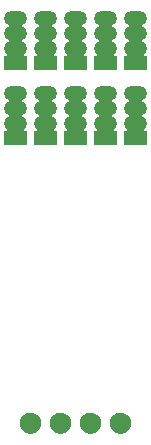
<source format=gbr>
G04 #@! TF.GenerationSoftware,KiCad,Pcbnew,5.1.5-52549c5~84~ubuntu18.04.1*
G04 #@! TF.CreationDate,2020-02-06T16:58:15+00:00*
G04 #@! TF.ProjectId,leds,6c656473-2e6b-4696-9361-645f70636258,rev?*
G04 #@! TF.SameCoordinates,Original*
G04 #@! TF.FileFunction,Soldermask,Bot*
G04 #@! TF.FilePolarity,Negative*
%FSLAX46Y46*%
G04 Gerber Fmt 4.6, Leading zero omitted, Abs format (unit mm)*
G04 Created by KiCad (PCBNEW 5.1.5-52549c5~84~ubuntu18.04.1) date 2020-02-06 16:58:15*
%MOMM*%
%LPD*%
G04 APERTURE LIST*
%ADD10C,0.100000*%
G04 APERTURE END LIST*
D10*
G36*
X120763512Y-98163927D02*
G01*
X120912812Y-98193624D01*
X121076784Y-98261544D01*
X121224354Y-98360147D01*
X121349853Y-98485646D01*
X121448456Y-98633216D01*
X121516376Y-98797188D01*
X121551000Y-98971259D01*
X121551000Y-99148741D01*
X121516376Y-99322812D01*
X121448456Y-99486784D01*
X121349853Y-99634354D01*
X121224354Y-99759853D01*
X121076784Y-99858456D01*
X120912812Y-99926376D01*
X120763512Y-99956073D01*
X120738742Y-99961000D01*
X120561258Y-99961000D01*
X120536488Y-99956073D01*
X120387188Y-99926376D01*
X120223216Y-99858456D01*
X120075646Y-99759853D01*
X119950147Y-99634354D01*
X119851544Y-99486784D01*
X119783624Y-99322812D01*
X119749000Y-99148741D01*
X119749000Y-98971259D01*
X119783624Y-98797188D01*
X119851544Y-98633216D01*
X119950147Y-98485646D01*
X120075646Y-98360147D01*
X120223216Y-98261544D01*
X120387188Y-98193624D01*
X120536488Y-98163927D01*
X120561258Y-98159000D01*
X120738742Y-98159000D01*
X120763512Y-98163927D01*
G37*
G36*
X118223512Y-98163927D02*
G01*
X118372812Y-98193624D01*
X118536784Y-98261544D01*
X118684354Y-98360147D01*
X118809853Y-98485646D01*
X118908456Y-98633216D01*
X118976376Y-98797188D01*
X119011000Y-98971259D01*
X119011000Y-99148741D01*
X118976376Y-99322812D01*
X118908456Y-99486784D01*
X118809853Y-99634354D01*
X118684354Y-99759853D01*
X118536784Y-99858456D01*
X118372812Y-99926376D01*
X118223512Y-99956073D01*
X118198742Y-99961000D01*
X118021258Y-99961000D01*
X117996488Y-99956073D01*
X117847188Y-99926376D01*
X117683216Y-99858456D01*
X117535646Y-99759853D01*
X117410147Y-99634354D01*
X117311544Y-99486784D01*
X117243624Y-99322812D01*
X117209000Y-99148741D01*
X117209000Y-98971259D01*
X117243624Y-98797188D01*
X117311544Y-98633216D01*
X117410147Y-98485646D01*
X117535646Y-98360147D01*
X117683216Y-98261544D01*
X117847188Y-98193624D01*
X117996488Y-98163927D01*
X118021258Y-98159000D01*
X118198742Y-98159000D01*
X118223512Y-98163927D01*
G37*
G36*
X115683512Y-98163927D02*
G01*
X115832812Y-98193624D01*
X115996784Y-98261544D01*
X116144354Y-98360147D01*
X116269853Y-98485646D01*
X116368456Y-98633216D01*
X116436376Y-98797188D01*
X116471000Y-98971259D01*
X116471000Y-99148741D01*
X116436376Y-99322812D01*
X116368456Y-99486784D01*
X116269853Y-99634354D01*
X116144354Y-99759853D01*
X115996784Y-99858456D01*
X115832812Y-99926376D01*
X115683512Y-99956073D01*
X115658742Y-99961000D01*
X115481258Y-99961000D01*
X115456488Y-99956073D01*
X115307188Y-99926376D01*
X115143216Y-99858456D01*
X114995646Y-99759853D01*
X114870147Y-99634354D01*
X114771544Y-99486784D01*
X114703624Y-99322812D01*
X114669000Y-99148741D01*
X114669000Y-98971259D01*
X114703624Y-98797188D01*
X114771544Y-98633216D01*
X114870147Y-98485646D01*
X114995646Y-98360147D01*
X115143216Y-98261544D01*
X115307188Y-98193624D01*
X115456488Y-98163927D01*
X115481258Y-98159000D01*
X115658742Y-98159000D01*
X115683512Y-98163927D01*
G37*
G36*
X123303512Y-98163927D02*
G01*
X123452812Y-98193624D01*
X123616784Y-98261544D01*
X123764354Y-98360147D01*
X123889853Y-98485646D01*
X123988456Y-98633216D01*
X124056376Y-98797188D01*
X124091000Y-98971259D01*
X124091000Y-99148741D01*
X124056376Y-99322812D01*
X123988456Y-99486784D01*
X123889853Y-99634354D01*
X123764354Y-99759853D01*
X123616784Y-99858456D01*
X123452812Y-99926376D01*
X123303512Y-99956073D01*
X123278742Y-99961000D01*
X123101258Y-99961000D01*
X123076488Y-99956073D01*
X122927188Y-99926376D01*
X122763216Y-99858456D01*
X122615646Y-99759853D01*
X122490147Y-99634354D01*
X122391544Y-99486784D01*
X122323624Y-99322812D01*
X122289000Y-99148741D01*
X122289000Y-98971259D01*
X122323624Y-98797188D01*
X122391544Y-98633216D01*
X122490147Y-98485646D01*
X122615646Y-98360147D01*
X122763216Y-98261544D01*
X122927188Y-98193624D01*
X123076488Y-98163927D01*
X123101258Y-98159000D01*
X123278742Y-98159000D01*
X123303512Y-98163927D01*
G37*
G36*
X114722482Y-70536826D02*
G01*
X114779876Y-70542479D01*
X114853517Y-70564818D01*
X114890338Y-70575987D01*
X114992140Y-70630402D01*
X115081370Y-70703630D01*
X115154598Y-70792860D01*
X115209013Y-70894662D01*
X115209013Y-70894663D01*
X115242521Y-71005124D01*
X115253835Y-71120000D01*
X115242521Y-71234876D01*
X115220182Y-71308517D01*
X115209013Y-71345338D01*
X115154598Y-71447140D01*
X115081370Y-71536370D01*
X114992140Y-71609598D01*
X114926355Y-71644761D01*
X114905981Y-71658375D01*
X114888654Y-71675702D01*
X114875040Y-71696076D01*
X114865663Y-71718715D01*
X114860883Y-71742749D01*
X114860883Y-71767253D01*
X114865664Y-71791286D01*
X114875041Y-71813925D01*
X114888655Y-71834299D01*
X114905982Y-71851626D01*
X114926355Y-71865239D01*
X114992140Y-71900402D01*
X115081370Y-71973630D01*
X115154598Y-72062860D01*
X115209013Y-72164662D01*
X115209013Y-72164663D01*
X115242521Y-72275124D01*
X115253835Y-72390000D01*
X115242521Y-72504876D01*
X115220182Y-72578517D01*
X115209013Y-72615338D01*
X115154598Y-72717140D01*
X115081370Y-72806370D01*
X114992140Y-72879598D01*
X114926355Y-72914761D01*
X114905981Y-72928375D01*
X114888654Y-72945702D01*
X114875040Y-72966076D01*
X114865663Y-72988715D01*
X114860883Y-73012749D01*
X114860883Y-73037253D01*
X114865664Y-73061286D01*
X114875041Y-73083925D01*
X114888655Y-73104299D01*
X114905982Y-73121626D01*
X114926355Y-73135239D01*
X114992140Y-73170402D01*
X115081370Y-73243630D01*
X115154598Y-73332860D01*
X115209013Y-73434662D01*
X115209013Y-73434663D01*
X115242521Y-73545124D01*
X115253835Y-73660000D01*
X115242521Y-73774876D01*
X115220182Y-73848517D01*
X115209013Y-73885338D01*
X115154598Y-73987140D01*
X115081370Y-74076370D01*
X115025311Y-74122375D01*
X115007984Y-74139702D01*
X114994370Y-74160076D01*
X114984993Y-74182715D01*
X114980212Y-74206748D01*
X114980212Y-74231252D01*
X114984992Y-74255285D01*
X114994369Y-74277924D01*
X115007983Y-74298299D01*
X115025310Y-74315626D01*
X115045684Y-74329240D01*
X115068323Y-74338617D01*
X115092356Y-74343398D01*
X115104609Y-74344000D01*
X115251000Y-74344000D01*
X115251000Y-75516000D01*
X113349000Y-75516000D01*
X113349000Y-74344000D01*
X113495391Y-74344000D01*
X113519777Y-74341598D01*
X113543226Y-74334485D01*
X113564837Y-74322934D01*
X113583779Y-74307389D01*
X113599324Y-74288447D01*
X113610875Y-74266836D01*
X113617988Y-74243387D01*
X113620390Y-74219001D01*
X113617988Y-74194615D01*
X113610875Y-74171166D01*
X113599324Y-74149555D01*
X113583779Y-74130613D01*
X113574689Y-74122375D01*
X113518630Y-74076370D01*
X113445402Y-73987140D01*
X113390987Y-73885338D01*
X113379818Y-73848517D01*
X113357479Y-73774876D01*
X113346165Y-73660000D01*
X113357479Y-73545124D01*
X113390987Y-73434663D01*
X113390987Y-73434662D01*
X113445402Y-73332860D01*
X113518630Y-73243630D01*
X113607860Y-73170402D01*
X113673645Y-73135239D01*
X113694019Y-73121625D01*
X113711346Y-73104298D01*
X113724960Y-73083924D01*
X113734337Y-73061285D01*
X113739117Y-73037251D01*
X113739117Y-73012747D01*
X113734336Y-72988714D01*
X113724959Y-72966075D01*
X113711345Y-72945701D01*
X113694018Y-72928374D01*
X113673645Y-72914761D01*
X113607860Y-72879598D01*
X113518630Y-72806370D01*
X113445402Y-72717140D01*
X113390987Y-72615338D01*
X113379818Y-72578517D01*
X113357479Y-72504876D01*
X113346165Y-72390000D01*
X113357479Y-72275124D01*
X113390987Y-72164663D01*
X113390987Y-72164662D01*
X113445402Y-72062860D01*
X113518630Y-71973630D01*
X113607860Y-71900402D01*
X113673645Y-71865239D01*
X113694019Y-71851625D01*
X113711346Y-71834298D01*
X113724960Y-71813924D01*
X113734337Y-71791285D01*
X113739117Y-71767251D01*
X113739117Y-71742747D01*
X113734336Y-71718714D01*
X113724959Y-71696075D01*
X113711345Y-71675701D01*
X113694018Y-71658374D01*
X113673645Y-71644761D01*
X113607860Y-71609598D01*
X113518630Y-71536370D01*
X113445402Y-71447140D01*
X113390987Y-71345338D01*
X113379818Y-71308517D01*
X113357479Y-71234876D01*
X113346165Y-71120000D01*
X113357479Y-71005124D01*
X113390987Y-70894663D01*
X113390987Y-70894662D01*
X113445402Y-70792860D01*
X113518630Y-70703630D01*
X113607860Y-70630402D01*
X113709662Y-70575987D01*
X113746483Y-70564818D01*
X113820124Y-70542479D01*
X113877518Y-70536826D01*
X113906214Y-70534000D01*
X114693786Y-70534000D01*
X114722482Y-70536826D01*
G37*
G36*
X117262482Y-70536826D02*
G01*
X117319876Y-70542479D01*
X117393517Y-70564818D01*
X117430338Y-70575987D01*
X117532140Y-70630402D01*
X117621370Y-70703630D01*
X117694598Y-70792860D01*
X117749013Y-70894662D01*
X117749013Y-70894663D01*
X117782521Y-71005124D01*
X117793835Y-71120000D01*
X117782521Y-71234876D01*
X117760182Y-71308517D01*
X117749013Y-71345338D01*
X117694598Y-71447140D01*
X117621370Y-71536370D01*
X117532140Y-71609598D01*
X117466355Y-71644761D01*
X117445981Y-71658375D01*
X117428654Y-71675702D01*
X117415040Y-71696076D01*
X117405663Y-71718715D01*
X117400883Y-71742749D01*
X117400883Y-71767253D01*
X117405664Y-71791286D01*
X117415041Y-71813925D01*
X117428655Y-71834299D01*
X117445982Y-71851626D01*
X117466355Y-71865239D01*
X117532140Y-71900402D01*
X117621370Y-71973630D01*
X117694598Y-72062860D01*
X117749013Y-72164662D01*
X117749013Y-72164663D01*
X117782521Y-72275124D01*
X117793835Y-72390000D01*
X117782521Y-72504876D01*
X117760182Y-72578517D01*
X117749013Y-72615338D01*
X117694598Y-72717140D01*
X117621370Y-72806370D01*
X117532140Y-72879598D01*
X117466355Y-72914761D01*
X117445981Y-72928375D01*
X117428654Y-72945702D01*
X117415040Y-72966076D01*
X117405663Y-72988715D01*
X117400883Y-73012749D01*
X117400883Y-73037253D01*
X117405664Y-73061286D01*
X117415041Y-73083925D01*
X117428655Y-73104299D01*
X117445982Y-73121626D01*
X117466355Y-73135239D01*
X117532140Y-73170402D01*
X117621370Y-73243630D01*
X117694598Y-73332860D01*
X117749013Y-73434662D01*
X117749013Y-73434663D01*
X117782521Y-73545124D01*
X117793835Y-73660000D01*
X117782521Y-73774876D01*
X117760182Y-73848517D01*
X117749013Y-73885338D01*
X117694598Y-73987140D01*
X117621370Y-74076370D01*
X117565311Y-74122375D01*
X117547984Y-74139702D01*
X117534370Y-74160076D01*
X117524993Y-74182715D01*
X117520212Y-74206748D01*
X117520212Y-74231252D01*
X117524992Y-74255285D01*
X117534369Y-74277924D01*
X117547983Y-74298299D01*
X117565310Y-74315626D01*
X117585684Y-74329240D01*
X117608323Y-74338617D01*
X117632356Y-74343398D01*
X117644609Y-74344000D01*
X117791000Y-74344000D01*
X117791000Y-75516000D01*
X115889000Y-75516000D01*
X115889000Y-74344000D01*
X116035391Y-74344000D01*
X116059777Y-74341598D01*
X116083226Y-74334485D01*
X116104837Y-74322934D01*
X116123779Y-74307389D01*
X116139324Y-74288447D01*
X116150875Y-74266836D01*
X116157988Y-74243387D01*
X116160390Y-74219001D01*
X116157988Y-74194615D01*
X116150875Y-74171166D01*
X116139324Y-74149555D01*
X116123779Y-74130613D01*
X116114689Y-74122375D01*
X116058630Y-74076370D01*
X115985402Y-73987140D01*
X115930987Y-73885338D01*
X115919818Y-73848517D01*
X115897479Y-73774876D01*
X115886165Y-73660000D01*
X115897479Y-73545124D01*
X115930987Y-73434663D01*
X115930987Y-73434662D01*
X115985402Y-73332860D01*
X116058630Y-73243630D01*
X116147860Y-73170402D01*
X116213645Y-73135239D01*
X116234019Y-73121625D01*
X116251346Y-73104298D01*
X116264960Y-73083924D01*
X116274337Y-73061285D01*
X116279117Y-73037251D01*
X116279117Y-73012747D01*
X116274336Y-72988714D01*
X116264959Y-72966075D01*
X116251345Y-72945701D01*
X116234018Y-72928374D01*
X116213645Y-72914761D01*
X116147860Y-72879598D01*
X116058630Y-72806370D01*
X115985402Y-72717140D01*
X115930987Y-72615338D01*
X115919818Y-72578517D01*
X115897479Y-72504876D01*
X115886165Y-72390000D01*
X115897479Y-72275124D01*
X115930987Y-72164663D01*
X115930987Y-72164662D01*
X115985402Y-72062860D01*
X116058630Y-71973630D01*
X116147860Y-71900402D01*
X116213645Y-71865239D01*
X116234019Y-71851625D01*
X116251346Y-71834298D01*
X116264960Y-71813924D01*
X116274337Y-71791285D01*
X116279117Y-71767251D01*
X116279117Y-71742747D01*
X116274336Y-71718714D01*
X116264959Y-71696075D01*
X116251345Y-71675701D01*
X116234018Y-71658374D01*
X116213645Y-71644761D01*
X116147860Y-71609598D01*
X116058630Y-71536370D01*
X115985402Y-71447140D01*
X115930987Y-71345338D01*
X115919818Y-71308517D01*
X115897479Y-71234876D01*
X115886165Y-71120000D01*
X115897479Y-71005124D01*
X115930987Y-70894663D01*
X115930987Y-70894662D01*
X115985402Y-70792860D01*
X116058630Y-70703630D01*
X116147860Y-70630402D01*
X116249662Y-70575987D01*
X116286483Y-70564818D01*
X116360124Y-70542479D01*
X116417518Y-70536826D01*
X116446214Y-70534000D01*
X117233786Y-70534000D01*
X117262482Y-70536826D01*
G37*
G36*
X119802482Y-70536826D02*
G01*
X119859876Y-70542479D01*
X119933517Y-70564818D01*
X119970338Y-70575987D01*
X120072140Y-70630402D01*
X120161370Y-70703630D01*
X120234598Y-70792860D01*
X120289013Y-70894662D01*
X120289013Y-70894663D01*
X120322521Y-71005124D01*
X120333835Y-71120000D01*
X120322521Y-71234876D01*
X120300182Y-71308517D01*
X120289013Y-71345338D01*
X120234598Y-71447140D01*
X120161370Y-71536370D01*
X120072140Y-71609598D01*
X120006355Y-71644761D01*
X119985981Y-71658375D01*
X119968654Y-71675702D01*
X119955040Y-71696076D01*
X119945663Y-71718715D01*
X119940883Y-71742749D01*
X119940883Y-71767253D01*
X119945664Y-71791286D01*
X119955041Y-71813925D01*
X119968655Y-71834299D01*
X119985982Y-71851626D01*
X120006355Y-71865239D01*
X120072140Y-71900402D01*
X120161370Y-71973630D01*
X120234598Y-72062860D01*
X120289013Y-72164662D01*
X120289013Y-72164663D01*
X120322521Y-72275124D01*
X120333835Y-72390000D01*
X120322521Y-72504876D01*
X120300182Y-72578517D01*
X120289013Y-72615338D01*
X120234598Y-72717140D01*
X120161370Y-72806370D01*
X120072140Y-72879598D01*
X120006355Y-72914761D01*
X119985981Y-72928375D01*
X119968654Y-72945702D01*
X119955040Y-72966076D01*
X119945663Y-72988715D01*
X119940883Y-73012749D01*
X119940883Y-73037253D01*
X119945664Y-73061286D01*
X119955041Y-73083925D01*
X119968655Y-73104299D01*
X119985982Y-73121626D01*
X120006355Y-73135239D01*
X120072140Y-73170402D01*
X120161370Y-73243630D01*
X120234598Y-73332860D01*
X120289013Y-73434662D01*
X120289013Y-73434663D01*
X120322521Y-73545124D01*
X120333835Y-73660000D01*
X120322521Y-73774876D01*
X120300182Y-73848517D01*
X120289013Y-73885338D01*
X120234598Y-73987140D01*
X120161370Y-74076370D01*
X120105311Y-74122375D01*
X120087984Y-74139702D01*
X120074370Y-74160076D01*
X120064993Y-74182715D01*
X120060212Y-74206748D01*
X120060212Y-74231252D01*
X120064992Y-74255285D01*
X120074369Y-74277924D01*
X120087983Y-74298299D01*
X120105310Y-74315626D01*
X120125684Y-74329240D01*
X120148323Y-74338617D01*
X120172356Y-74343398D01*
X120184609Y-74344000D01*
X120331000Y-74344000D01*
X120331000Y-75516000D01*
X118429000Y-75516000D01*
X118429000Y-74344000D01*
X118575391Y-74344000D01*
X118599777Y-74341598D01*
X118623226Y-74334485D01*
X118644837Y-74322934D01*
X118663779Y-74307389D01*
X118679324Y-74288447D01*
X118690875Y-74266836D01*
X118697988Y-74243387D01*
X118700390Y-74219001D01*
X118697988Y-74194615D01*
X118690875Y-74171166D01*
X118679324Y-74149555D01*
X118663779Y-74130613D01*
X118654689Y-74122375D01*
X118598630Y-74076370D01*
X118525402Y-73987140D01*
X118470987Y-73885338D01*
X118459818Y-73848517D01*
X118437479Y-73774876D01*
X118426165Y-73660000D01*
X118437479Y-73545124D01*
X118470987Y-73434663D01*
X118470987Y-73434662D01*
X118525402Y-73332860D01*
X118598630Y-73243630D01*
X118687860Y-73170402D01*
X118753645Y-73135239D01*
X118774019Y-73121625D01*
X118791346Y-73104298D01*
X118804960Y-73083924D01*
X118814337Y-73061285D01*
X118819117Y-73037251D01*
X118819117Y-73012747D01*
X118814336Y-72988714D01*
X118804959Y-72966075D01*
X118791345Y-72945701D01*
X118774018Y-72928374D01*
X118753645Y-72914761D01*
X118687860Y-72879598D01*
X118598630Y-72806370D01*
X118525402Y-72717140D01*
X118470987Y-72615338D01*
X118459818Y-72578517D01*
X118437479Y-72504876D01*
X118426165Y-72390000D01*
X118437479Y-72275124D01*
X118470987Y-72164663D01*
X118470987Y-72164662D01*
X118525402Y-72062860D01*
X118598630Y-71973630D01*
X118687860Y-71900402D01*
X118753645Y-71865239D01*
X118774019Y-71851625D01*
X118791346Y-71834298D01*
X118804960Y-71813924D01*
X118814337Y-71791285D01*
X118819117Y-71767251D01*
X118819117Y-71742747D01*
X118814336Y-71718714D01*
X118804959Y-71696075D01*
X118791345Y-71675701D01*
X118774018Y-71658374D01*
X118753645Y-71644761D01*
X118687860Y-71609598D01*
X118598630Y-71536370D01*
X118525402Y-71447140D01*
X118470987Y-71345338D01*
X118459818Y-71308517D01*
X118437479Y-71234876D01*
X118426165Y-71120000D01*
X118437479Y-71005124D01*
X118470987Y-70894663D01*
X118470987Y-70894662D01*
X118525402Y-70792860D01*
X118598630Y-70703630D01*
X118687860Y-70630402D01*
X118789662Y-70575987D01*
X118826483Y-70564818D01*
X118900124Y-70542479D01*
X118957518Y-70536826D01*
X118986214Y-70534000D01*
X119773786Y-70534000D01*
X119802482Y-70536826D01*
G37*
G36*
X122342482Y-70536826D02*
G01*
X122399876Y-70542479D01*
X122473517Y-70564818D01*
X122510338Y-70575987D01*
X122612140Y-70630402D01*
X122701370Y-70703630D01*
X122774598Y-70792860D01*
X122829013Y-70894662D01*
X122829013Y-70894663D01*
X122862521Y-71005124D01*
X122873835Y-71120000D01*
X122862521Y-71234876D01*
X122840182Y-71308517D01*
X122829013Y-71345338D01*
X122774598Y-71447140D01*
X122701370Y-71536370D01*
X122612140Y-71609598D01*
X122546355Y-71644761D01*
X122525981Y-71658375D01*
X122508654Y-71675702D01*
X122495040Y-71696076D01*
X122485663Y-71718715D01*
X122480883Y-71742749D01*
X122480883Y-71767253D01*
X122485664Y-71791286D01*
X122495041Y-71813925D01*
X122508655Y-71834299D01*
X122525982Y-71851626D01*
X122546355Y-71865239D01*
X122612140Y-71900402D01*
X122701370Y-71973630D01*
X122774598Y-72062860D01*
X122829013Y-72164662D01*
X122829013Y-72164663D01*
X122862521Y-72275124D01*
X122873835Y-72390000D01*
X122862521Y-72504876D01*
X122840182Y-72578517D01*
X122829013Y-72615338D01*
X122774598Y-72717140D01*
X122701370Y-72806370D01*
X122612140Y-72879598D01*
X122546355Y-72914761D01*
X122525981Y-72928375D01*
X122508654Y-72945702D01*
X122495040Y-72966076D01*
X122485663Y-72988715D01*
X122480883Y-73012749D01*
X122480883Y-73037253D01*
X122485664Y-73061286D01*
X122495041Y-73083925D01*
X122508655Y-73104299D01*
X122525982Y-73121626D01*
X122546355Y-73135239D01*
X122612140Y-73170402D01*
X122701370Y-73243630D01*
X122774598Y-73332860D01*
X122829013Y-73434662D01*
X122829013Y-73434663D01*
X122862521Y-73545124D01*
X122873835Y-73660000D01*
X122862521Y-73774876D01*
X122840182Y-73848517D01*
X122829013Y-73885338D01*
X122774598Y-73987140D01*
X122701370Y-74076370D01*
X122645311Y-74122375D01*
X122627984Y-74139702D01*
X122614370Y-74160076D01*
X122604993Y-74182715D01*
X122600212Y-74206748D01*
X122600212Y-74231252D01*
X122604992Y-74255285D01*
X122614369Y-74277924D01*
X122627983Y-74298299D01*
X122645310Y-74315626D01*
X122665684Y-74329240D01*
X122688323Y-74338617D01*
X122712356Y-74343398D01*
X122724609Y-74344000D01*
X122871000Y-74344000D01*
X122871000Y-75516000D01*
X120969000Y-75516000D01*
X120969000Y-74344000D01*
X121115391Y-74344000D01*
X121139777Y-74341598D01*
X121163226Y-74334485D01*
X121184837Y-74322934D01*
X121203779Y-74307389D01*
X121219324Y-74288447D01*
X121230875Y-74266836D01*
X121237988Y-74243387D01*
X121240390Y-74219001D01*
X121237988Y-74194615D01*
X121230875Y-74171166D01*
X121219324Y-74149555D01*
X121203779Y-74130613D01*
X121194689Y-74122375D01*
X121138630Y-74076370D01*
X121065402Y-73987140D01*
X121010987Y-73885338D01*
X120999818Y-73848517D01*
X120977479Y-73774876D01*
X120966165Y-73660000D01*
X120977479Y-73545124D01*
X121010987Y-73434663D01*
X121010987Y-73434662D01*
X121065402Y-73332860D01*
X121138630Y-73243630D01*
X121227860Y-73170402D01*
X121293645Y-73135239D01*
X121314019Y-73121625D01*
X121331346Y-73104298D01*
X121344960Y-73083924D01*
X121354337Y-73061285D01*
X121359117Y-73037251D01*
X121359117Y-73012747D01*
X121354336Y-72988714D01*
X121344959Y-72966075D01*
X121331345Y-72945701D01*
X121314018Y-72928374D01*
X121293645Y-72914761D01*
X121227860Y-72879598D01*
X121138630Y-72806370D01*
X121065402Y-72717140D01*
X121010987Y-72615338D01*
X120999818Y-72578517D01*
X120977479Y-72504876D01*
X120966165Y-72390000D01*
X120977479Y-72275124D01*
X121010987Y-72164663D01*
X121010987Y-72164662D01*
X121065402Y-72062860D01*
X121138630Y-71973630D01*
X121227860Y-71900402D01*
X121293645Y-71865239D01*
X121314019Y-71851625D01*
X121331346Y-71834298D01*
X121344960Y-71813924D01*
X121354337Y-71791285D01*
X121359117Y-71767251D01*
X121359117Y-71742747D01*
X121354336Y-71718714D01*
X121344959Y-71696075D01*
X121331345Y-71675701D01*
X121314018Y-71658374D01*
X121293645Y-71644761D01*
X121227860Y-71609598D01*
X121138630Y-71536370D01*
X121065402Y-71447140D01*
X121010987Y-71345338D01*
X120999818Y-71308517D01*
X120977479Y-71234876D01*
X120966165Y-71120000D01*
X120977479Y-71005124D01*
X121010987Y-70894663D01*
X121010987Y-70894662D01*
X121065402Y-70792860D01*
X121138630Y-70703630D01*
X121227860Y-70630402D01*
X121329662Y-70575987D01*
X121366483Y-70564818D01*
X121440124Y-70542479D01*
X121497518Y-70536826D01*
X121526214Y-70534000D01*
X122313786Y-70534000D01*
X122342482Y-70536826D01*
G37*
G36*
X124882482Y-70536826D02*
G01*
X124939876Y-70542479D01*
X125013517Y-70564818D01*
X125050338Y-70575987D01*
X125152140Y-70630402D01*
X125241370Y-70703630D01*
X125314598Y-70792860D01*
X125369013Y-70894662D01*
X125369013Y-70894663D01*
X125402521Y-71005124D01*
X125413835Y-71120000D01*
X125402521Y-71234876D01*
X125380182Y-71308517D01*
X125369013Y-71345338D01*
X125314598Y-71447140D01*
X125241370Y-71536370D01*
X125152140Y-71609598D01*
X125086355Y-71644761D01*
X125065981Y-71658375D01*
X125048654Y-71675702D01*
X125035040Y-71696076D01*
X125025663Y-71718715D01*
X125020883Y-71742749D01*
X125020883Y-71767253D01*
X125025664Y-71791286D01*
X125035041Y-71813925D01*
X125048655Y-71834299D01*
X125065982Y-71851626D01*
X125086355Y-71865239D01*
X125152140Y-71900402D01*
X125241370Y-71973630D01*
X125314598Y-72062860D01*
X125369013Y-72164662D01*
X125369013Y-72164663D01*
X125402521Y-72275124D01*
X125413835Y-72390000D01*
X125402521Y-72504876D01*
X125380182Y-72578517D01*
X125369013Y-72615338D01*
X125314598Y-72717140D01*
X125241370Y-72806370D01*
X125152140Y-72879598D01*
X125086355Y-72914761D01*
X125065981Y-72928375D01*
X125048654Y-72945702D01*
X125035040Y-72966076D01*
X125025663Y-72988715D01*
X125020883Y-73012749D01*
X125020883Y-73037253D01*
X125025664Y-73061286D01*
X125035041Y-73083925D01*
X125048655Y-73104299D01*
X125065982Y-73121626D01*
X125086355Y-73135239D01*
X125152140Y-73170402D01*
X125241370Y-73243630D01*
X125314598Y-73332860D01*
X125369013Y-73434662D01*
X125369013Y-73434663D01*
X125402521Y-73545124D01*
X125413835Y-73660000D01*
X125402521Y-73774876D01*
X125380182Y-73848517D01*
X125369013Y-73885338D01*
X125314598Y-73987140D01*
X125241370Y-74076370D01*
X125185311Y-74122375D01*
X125167984Y-74139702D01*
X125154370Y-74160076D01*
X125144993Y-74182715D01*
X125140212Y-74206748D01*
X125140212Y-74231252D01*
X125144992Y-74255285D01*
X125154369Y-74277924D01*
X125167983Y-74298299D01*
X125185310Y-74315626D01*
X125205684Y-74329240D01*
X125228323Y-74338617D01*
X125252356Y-74343398D01*
X125264609Y-74344000D01*
X125411000Y-74344000D01*
X125411000Y-75516000D01*
X123509000Y-75516000D01*
X123509000Y-74344000D01*
X123655391Y-74344000D01*
X123679777Y-74341598D01*
X123703226Y-74334485D01*
X123724837Y-74322934D01*
X123743779Y-74307389D01*
X123759324Y-74288447D01*
X123770875Y-74266836D01*
X123777988Y-74243387D01*
X123780390Y-74219001D01*
X123777988Y-74194615D01*
X123770875Y-74171166D01*
X123759324Y-74149555D01*
X123743779Y-74130613D01*
X123734689Y-74122375D01*
X123678630Y-74076370D01*
X123605402Y-73987140D01*
X123550987Y-73885338D01*
X123539818Y-73848517D01*
X123517479Y-73774876D01*
X123506165Y-73660000D01*
X123517479Y-73545124D01*
X123550987Y-73434663D01*
X123550987Y-73434662D01*
X123605402Y-73332860D01*
X123678630Y-73243630D01*
X123767860Y-73170402D01*
X123833645Y-73135239D01*
X123854019Y-73121625D01*
X123871346Y-73104298D01*
X123884960Y-73083924D01*
X123894337Y-73061285D01*
X123899117Y-73037251D01*
X123899117Y-73012747D01*
X123894336Y-72988714D01*
X123884959Y-72966075D01*
X123871345Y-72945701D01*
X123854018Y-72928374D01*
X123833645Y-72914761D01*
X123767860Y-72879598D01*
X123678630Y-72806370D01*
X123605402Y-72717140D01*
X123550987Y-72615338D01*
X123539818Y-72578517D01*
X123517479Y-72504876D01*
X123506165Y-72390000D01*
X123517479Y-72275124D01*
X123550987Y-72164663D01*
X123550987Y-72164662D01*
X123605402Y-72062860D01*
X123678630Y-71973630D01*
X123767860Y-71900402D01*
X123833645Y-71865239D01*
X123854019Y-71851625D01*
X123871346Y-71834298D01*
X123884960Y-71813924D01*
X123894337Y-71791285D01*
X123899117Y-71767251D01*
X123899117Y-71742747D01*
X123894336Y-71718714D01*
X123884959Y-71696075D01*
X123871345Y-71675701D01*
X123854018Y-71658374D01*
X123833645Y-71644761D01*
X123767860Y-71609598D01*
X123678630Y-71536370D01*
X123605402Y-71447140D01*
X123550987Y-71345338D01*
X123539818Y-71308517D01*
X123517479Y-71234876D01*
X123506165Y-71120000D01*
X123517479Y-71005124D01*
X123550987Y-70894663D01*
X123550987Y-70894662D01*
X123605402Y-70792860D01*
X123678630Y-70703630D01*
X123767860Y-70630402D01*
X123869662Y-70575987D01*
X123906483Y-70564818D01*
X123980124Y-70542479D01*
X124037518Y-70536826D01*
X124066214Y-70534000D01*
X124853786Y-70534000D01*
X124882482Y-70536826D01*
G37*
G36*
X124882482Y-64186826D02*
G01*
X124939876Y-64192479D01*
X125013517Y-64214818D01*
X125050338Y-64225987D01*
X125152140Y-64280402D01*
X125241370Y-64353630D01*
X125314598Y-64442860D01*
X125369013Y-64544662D01*
X125369013Y-64544663D01*
X125402521Y-64655124D01*
X125413835Y-64770000D01*
X125402521Y-64884876D01*
X125380182Y-64958517D01*
X125369013Y-64995338D01*
X125314598Y-65097140D01*
X125241370Y-65186370D01*
X125152140Y-65259598D01*
X125086355Y-65294761D01*
X125065981Y-65308375D01*
X125048654Y-65325702D01*
X125035040Y-65346076D01*
X125025663Y-65368715D01*
X125020883Y-65392749D01*
X125020883Y-65417253D01*
X125025664Y-65441286D01*
X125035041Y-65463925D01*
X125048655Y-65484299D01*
X125065982Y-65501626D01*
X125086355Y-65515239D01*
X125152140Y-65550402D01*
X125241370Y-65623630D01*
X125314598Y-65712860D01*
X125369013Y-65814662D01*
X125369013Y-65814663D01*
X125402521Y-65925124D01*
X125413835Y-66040000D01*
X125402521Y-66154876D01*
X125380182Y-66228517D01*
X125369013Y-66265338D01*
X125314598Y-66367140D01*
X125241370Y-66456370D01*
X125152140Y-66529598D01*
X125086355Y-66564761D01*
X125065981Y-66578375D01*
X125048654Y-66595702D01*
X125035040Y-66616076D01*
X125025663Y-66638715D01*
X125020883Y-66662749D01*
X125020883Y-66687253D01*
X125025664Y-66711286D01*
X125035041Y-66733925D01*
X125048655Y-66754299D01*
X125065982Y-66771626D01*
X125086355Y-66785239D01*
X125152140Y-66820402D01*
X125241370Y-66893630D01*
X125314598Y-66982860D01*
X125369013Y-67084662D01*
X125369013Y-67084663D01*
X125402521Y-67195124D01*
X125413835Y-67310000D01*
X125402521Y-67424876D01*
X125380182Y-67498517D01*
X125369013Y-67535338D01*
X125314598Y-67637140D01*
X125241370Y-67726370D01*
X125185311Y-67772375D01*
X125167984Y-67789702D01*
X125154370Y-67810076D01*
X125144993Y-67832715D01*
X125140212Y-67856748D01*
X125140212Y-67881252D01*
X125144992Y-67905285D01*
X125154369Y-67927924D01*
X125167983Y-67948299D01*
X125185310Y-67965626D01*
X125205684Y-67979240D01*
X125228323Y-67988617D01*
X125252356Y-67993398D01*
X125264609Y-67994000D01*
X125411000Y-67994000D01*
X125411000Y-69166000D01*
X123509000Y-69166000D01*
X123509000Y-67994000D01*
X123655391Y-67994000D01*
X123679777Y-67991598D01*
X123703226Y-67984485D01*
X123724837Y-67972934D01*
X123743779Y-67957389D01*
X123759324Y-67938447D01*
X123770875Y-67916836D01*
X123777988Y-67893387D01*
X123780390Y-67869001D01*
X123777988Y-67844615D01*
X123770875Y-67821166D01*
X123759324Y-67799555D01*
X123743779Y-67780613D01*
X123734689Y-67772375D01*
X123678630Y-67726370D01*
X123605402Y-67637140D01*
X123550987Y-67535338D01*
X123539818Y-67498517D01*
X123517479Y-67424876D01*
X123506165Y-67310000D01*
X123517479Y-67195124D01*
X123550987Y-67084663D01*
X123550987Y-67084662D01*
X123605402Y-66982860D01*
X123678630Y-66893630D01*
X123767860Y-66820402D01*
X123833645Y-66785239D01*
X123854019Y-66771625D01*
X123871346Y-66754298D01*
X123884960Y-66733924D01*
X123894337Y-66711285D01*
X123899117Y-66687251D01*
X123899117Y-66662747D01*
X123894336Y-66638714D01*
X123884959Y-66616075D01*
X123871345Y-66595701D01*
X123854018Y-66578374D01*
X123833645Y-66564761D01*
X123767860Y-66529598D01*
X123678630Y-66456370D01*
X123605402Y-66367140D01*
X123550987Y-66265338D01*
X123539818Y-66228517D01*
X123517479Y-66154876D01*
X123506165Y-66040000D01*
X123517479Y-65925124D01*
X123550987Y-65814663D01*
X123550987Y-65814662D01*
X123605402Y-65712860D01*
X123678630Y-65623630D01*
X123767860Y-65550402D01*
X123833645Y-65515239D01*
X123854019Y-65501625D01*
X123871346Y-65484298D01*
X123884960Y-65463924D01*
X123894337Y-65441285D01*
X123899117Y-65417251D01*
X123899117Y-65392747D01*
X123894336Y-65368714D01*
X123884959Y-65346075D01*
X123871345Y-65325701D01*
X123854018Y-65308374D01*
X123833645Y-65294761D01*
X123767860Y-65259598D01*
X123678630Y-65186370D01*
X123605402Y-65097140D01*
X123550987Y-64995338D01*
X123539818Y-64958517D01*
X123517479Y-64884876D01*
X123506165Y-64770000D01*
X123517479Y-64655124D01*
X123550987Y-64544663D01*
X123550987Y-64544662D01*
X123605402Y-64442860D01*
X123678630Y-64353630D01*
X123767860Y-64280402D01*
X123869662Y-64225987D01*
X123906483Y-64214818D01*
X123980124Y-64192479D01*
X124037518Y-64186826D01*
X124066214Y-64184000D01*
X124853786Y-64184000D01*
X124882482Y-64186826D01*
G37*
G36*
X114722482Y-64186826D02*
G01*
X114779876Y-64192479D01*
X114853517Y-64214818D01*
X114890338Y-64225987D01*
X114992140Y-64280402D01*
X115081370Y-64353630D01*
X115154598Y-64442860D01*
X115209013Y-64544662D01*
X115209013Y-64544663D01*
X115242521Y-64655124D01*
X115253835Y-64770000D01*
X115242521Y-64884876D01*
X115220182Y-64958517D01*
X115209013Y-64995338D01*
X115154598Y-65097140D01*
X115081370Y-65186370D01*
X114992140Y-65259598D01*
X114926355Y-65294761D01*
X114905981Y-65308375D01*
X114888654Y-65325702D01*
X114875040Y-65346076D01*
X114865663Y-65368715D01*
X114860883Y-65392749D01*
X114860883Y-65417253D01*
X114865664Y-65441286D01*
X114875041Y-65463925D01*
X114888655Y-65484299D01*
X114905982Y-65501626D01*
X114926355Y-65515239D01*
X114992140Y-65550402D01*
X115081370Y-65623630D01*
X115154598Y-65712860D01*
X115209013Y-65814662D01*
X115209013Y-65814663D01*
X115242521Y-65925124D01*
X115253835Y-66040000D01*
X115242521Y-66154876D01*
X115220182Y-66228517D01*
X115209013Y-66265338D01*
X115154598Y-66367140D01*
X115081370Y-66456370D01*
X114992140Y-66529598D01*
X114926355Y-66564761D01*
X114905981Y-66578375D01*
X114888654Y-66595702D01*
X114875040Y-66616076D01*
X114865663Y-66638715D01*
X114860883Y-66662749D01*
X114860883Y-66687253D01*
X114865664Y-66711286D01*
X114875041Y-66733925D01*
X114888655Y-66754299D01*
X114905982Y-66771626D01*
X114926355Y-66785239D01*
X114992140Y-66820402D01*
X115081370Y-66893630D01*
X115154598Y-66982860D01*
X115209013Y-67084662D01*
X115209013Y-67084663D01*
X115242521Y-67195124D01*
X115253835Y-67310000D01*
X115242521Y-67424876D01*
X115220182Y-67498517D01*
X115209013Y-67535338D01*
X115154598Y-67637140D01*
X115081370Y-67726370D01*
X115025311Y-67772375D01*
X115007984Y-67789702D01*
X114994370Y-67810076D01*
X114984993Y-67832715D01*
X114980212Y-67856748D01*
X114980212Y-67881252D01*
X114984992Y-67905285D01*
X114994369Y-67927924D01*
X115007983Y-67948299D01*
X115025310Y-67965626D01*
X115045684Y-67979240D01*
X115068323Y-67988617D01*
X115092356Y-67993398D01*
X115104609Y-67994000D01*
X115251000Y-67994000D01*
X115251000Y-69166000D01*
X113349000Y-69166000D01*
X113349000Y-67994000D01*
X113495391Y-67994000D01*
X113519777Y-67991598D01*
X113543226Y-67984485D01*
X113564837Y-67972934D01*
X113583779Y-67957389D01*
X113599324Y-67938447D01*
X113610875Y-67916836D01*
X113617988Y-67893387D01*
X113620390Y-67869001D01*
X113617988Y-67844615D01*
X113610875Y-67821166D01*
X113599324Y-67799555D01*
X113583779Y-67780613D01*
X113574689Y-67772375D01*
X113518630Y-67726370D01*
X113445402Y-67637140D01*
X113390987Y-67535338D01*
X113379818Y-67498517D01*
X113357479Y-67424876D01*
X113346165Y-67310000D01*
X113357479Y-67195124D01*
X113390987Y-67084663D01*
X113390987Y-67084662D01*
X113445402Y-66982860D01*
X113518630Y-66893630D01*
X113607860Y-66820402D01*
X113673645Y-66785239D01*
X113694019Y-66771625D01*
X113711346Y-66754298D01*
X113724960Y-66733924D01*
X113734337Y-66711285D01*
X113739117Y-66687251D01*
X113739117Y-66662747D01*
X113734336Y-66638714D01*
X113724959Y-66616075D01*
X113711345Y-66595701D01*
X113694018Y-66578374D01*
X113673645Y-66564761D01*
X113607860Y-66529598D01*
X113518630Y-66456370D01*
X113445402Y-66367140D01*
X113390987Y-66265338D01*
X113379818Y-66228517D01*
X113357479Y-66154876D01*
X113346165Y-66040000D01*
X113357479Y-65925124D01*
X113390987Y-65814663D01*
X113390987Y-65814662D01*
X113445402Y-65712860D01*
X113518630Y-65623630D01*
X113607860Y-65550402D01*
X113673645Y-65515239D01*
X113694019Y-65501625D01*
X113711346Y-65484298D01*
X113724960Y-65463924D01*
X113734337Y-65441285D01*
X113739117Y-65417251D01*
X113739117Y-65392747D01*
X113734336Y-65368714D01*
X113724959Y-65346075D01*
X113711345Y-65325701D01*
X113694018Y-65308374D01*
X113673645Y-65294761D01*
X113607860Y-65259598D01*
X113518630Y-65186370D01*
X113445402Y-65097140D01*
X113390987Y-64995338D01*
X113379818Y-64958517D01*
X113357479Y-64884876D01*
X113346165Y-64770000D01*
X113357479Y-64655124D01*
X113390987Y-64544663D01*
X113390987Y-64544662D01*
X113445402Y-64442860D01*
X113518630Y-64353630D01*
X113607860Y-64280402D01*
X113709662Y-64225987D01*
X113746483Y-64214818D01*
X113820124Y-64192479D01*
X113877518Y-64186826D01*
X113906214Y-64184000D01*
X114693786Y-64184000D01*
X114722482Y-64186826D01*
G37*
G36*
X117262482Y-64186826D02*
G01*
X117319876Y-64192479D01*
X117393517Y-64214818D01*
X117430338Y-64225987D01*
X117532140Y-64280402D01*
X117621370Y-64353630D01*
X117694598Y-64442860D01*
X117749013Y-64544662D01*
X117749013Y-64544663D01*
X117782521Y-64655124D01*
X117793835Y-64770000D01*
X117782521Y-64884876D01*
X117760182Y-64958517D01*
X117749013Y-64995338D01*
X117694598Y-65097140D01*
X117621370Y-65186370D01*
X117532140Y-65259598D01*
X117466355Y-65294761D01*
X117445981Y-65308375D01*
X117428654Y-65325702D01*
X117415040Y-65346076D01*
X117405663Y-65368715D01*
X117400883Y-65392749D01*
X117400883Y-65417253D01*
X117405664Y-65441286D01*
X117415041Y-65463925D01*
X117428655Y-65484299D01*
X117445982Y-65501626D01*
X117466355Y-65515239D01*
X117532140Y-65550402D01*
X117621370Y-65623630D01*
X117694598Y-65712860D01*
X117749013Y-65814662D01*
X117749013Y-65814663D01*
X117782521Y-65925124D01*
X117793835Y-66040000D01*
X117782521Y-66154876D01*
X117760182Y-66228517D01*
X117749013Y-66265338D01*
X117694598Y-66367140D01*
X117621370Y-66456370D01*
X117532140Y-66529598D01*
X117466355Y-66564761D01*
X117445981Y-66578375D01*
X117428654Y-66595702D01*
X117415040Y-66616076D01*
X117405663Y-66638715D01*
X117400883Y-66662749D01*
X117400883Y-66687253D01*
X117405664Y-66711286D01*
X117415041Y-66733925D01*
X117428655Y-66754299D01*
X117445982Y-66771626D01*
X117466355Y-66785239D01*
X117532140Y-66820402D01*
X117621370Y-66893630D01*
X117694598Y-66982860D01*
X117749013Y-67084662D01*
X117749013Y-67084663D01*
X117782521Y-67195124D01*
X117793835Y-67310000D01*
X117782521Y-67424876D01*
X117760182Y-67498517D01*
X117749013Y-67535338D01*
X117694598Y-67637140D01*
X117621370Y-67726370D01*
X117565311Y-67772375D01*
X117547984Y-67789702D01*
X117534370Y-67810076D01*
X117524993Y-67832715D01*
X117520212Y-67856748D01*
X117520212Y-67881252D01*
X117524992Y-67905285D01*
X117534369Y-67927924D01*
X117547983Y-67948299D01*
X117565310Y-67965626D01*
X117585684Y-67979240D01*
X117608323Y-67988617D01*
X117632356Y-67993398D01*
X117644609Y-67994000D01*
X117791000Y-67994000D01*
X117791000Y-69166000D01*
X115889000Y-69166000D01*
X115889000Y-67994000D01*
X116035391Y-67994000D01*
X116059777Y-67991598D01*
X116083226Y-67984485D01*
X116104837Y-67972934D01*
X116123779Y-67957389D01*
X116139324Y-67938447D01*
X116150875Y-67916836D01*
X116157988Y-67893387D01*
X116160390Y-67869001D01*
X116157988Y-67844615D01*
X116150875Y-67821166D01*
X116139324Y-67799555D01*
X116123779Y-67780613D01*
X116114689Y-67772375D01*
X116058630Y-67726370D01*
X115985402Y-67637140D01*
X115930987Y-67535338D01*
X115919818Y-67498517D01*
X115897479Y-67424876D01*
X115886165Y-67310000D01*
X115897479Y-67195124D01*
X115930987Y-67084663D01*
X115930987Y-67084662D01*
X115985402Y-66982860D01*
X116058630Y-66893630D01*
X116147860Y-66820402D01*
X116213645Y-66785239D01*
X116234019Y-66771625D01*
X116251346Y-66754298D01*
X116264960Y-66733924D01*
X116274337Y-66711285D01*
X116279117Y-66687251D01*
X116279117Y-66662747D01*
X116274336Y-66638714D01*
X116264959Y-66616075D01*
X116251345Y-66595701D01*
X116234018Y-66578374D01*
X116213645Y-66564761D01*
X116147860Y-66529598D01*
X116058630Y-66456370D01*
X115985402Y-66367140D01*
X115930987Y-66265338D01*
X115919818Y-66228517D01*
X115897479Y-66154876D01*
X115886165Y-66040000D01*
X115897479Y-65925124D01*
X115930987Y-65814663D01*
X115930987Y-65814662D01*
X115985402Y-65712860D01*
X116058630Y-65623630D01*
X116147860Y-65550402D01*
X116213645Y-65515239D01*
X116234019Y-65501625D01*
X116251346Y-65484298D01*
X116264960Y-65463924D01*
X116274337Y-65441285D01*
X116279117Y-65417251D01*
X116279117Y-65392747D01*
X116274336Y-65368714D01*
X116264959Y-65346075D01*
X116251345Y-65325701D01*
X116234018Y-65308374D01*
X116213645Y-65294761D01*
X116147860Y-65259598D01*
X116058630Y-65186370D01*
X115985402Y-65097140D01*
X115930987Y-64995338D01*
X115919818Y-64958517D01*
X115897479Y-64884876D01*
X115886165Y-64770000D01*
X115897479Y-64655124D01*
X115930987Y-64544663D01*
X115930987Y-64544662D01*
X115985402Y-64442860D01*
X116058630Y-64353630D01*
X116147860Y-64280402D01*
X116249662Y-64225987D01*
X116286483Y-64214818D01*
X116360124Y-64192479D01*
X116417518Y-64186826D01*
X116446214Y-64184000D01*
X117233786Y-64184000D01*
X117262482Y-64186826D01*
G37*
G36*
X122342482Y-64186826D02*
G01*
X122399876Y-64192479D01*
X122473517Y-64214818D01*
X122510338Y-64225987D01*
X122612140Y-64280402D01*
X122701370Y-64353630D01*
X122774598Y-64442860D01*
X122829013Y-64544662D01*
X122829013Y-64544663D01*
X122862521Y-64655124D01*
X122873835Y-64770000D01*
X122862521Y-64884876D01*
X122840182Y-64958517D01*
X122829013Y-64995338D01*
X122774598Y-65097140D01*
X122701370Y-65186370D01*
X122612140Y-65259598D01*
X122546355Y-65294761D01*
X122525981Y-65308375D01*
X122508654Y-65325702D01*
X122495040Y-65346076D01*
X122485663Y-65368715D01*
X122480883Y-65392749D01*
X122480883Y-65417253D01*
X122485664Y-65441286D01*
X122495041Y-65463925D01*
X122508655Y-65484299D01*
X122525982Y-65501626D01*
X122546355Y-65515239D01*
X122612140Y-65550402D01*
X122701370Y-65623630D01*
X122774598Y-65712860D01*
X122829013Y-65814662D01*
X122829013Y-65814663D01*
X122862521Y-65925124D01*
X122873835Y-66040000D01*
X122862521Y-66154876D01*
X122840182Y-66228517D01*
X122829013Y-66265338D01*
X122774598Y-66367140D01*
X122701370Y-66456370D01*
X122612140Y-66529598D01*
X122546355Y-66564761D01*
X122525981Y-66578375D01*
X122508654Y-66595702D01*
X122495040Y-66616076D01*
X122485663Y-66638715D01*
X122480883Y-66662749D01*
X122480883Y-66687253D01*
X122485664Y-66711286D01*
X122495041Y-66733925D01*
X122508655Y-66754299D01*
X122525982Y-66771626D01*
X122546355Y-66785239D01*
X122612140Y-66820402D01*
X122701370Y-66893630D01*
X122774598Y-66982860D01*
X122829013Y-67084662D01*
X122829013Y-67084663D01*
X122862521Y-67195124D01*
X122873835Y-67310000D01*
X122862521Y-67424876D01*
X122840182Y-67498517D01*
X122829013Y-67535338D01*
X122774598Y-67637140D01*
X122701370Y-67726370D01*
X122645311Y-67772375D01*
X122627984Y-67789702D01*
X122614370Y-67810076D01*
X122604993Y-67832715D01*
X122600212Y-67856748D01*
X122600212Y-67881252D01*
X122604992Y-67905285D01*
X122614369Y-67927924D01*
X122627983Y-67948299D01*
X122645310Y-67965626D01*
X122665684Y-67979240D01*
X122688323Y-67988617D01*
X122712356Y-67993398D01*
X122724609Y-67994000D01*
X122871000Y-67994000D01*
X122871000Y-69166000D01*
X120969000Y-69166000D01*
X120969000Y-67994000D01*
X121115391Y-67994000D01*
X121139777Y-67991598D01*
X121163226Y-67984485D01*
X121184837Y-67972934D01*
X121203779Y-67957389D01*
X121219324Y-67938447D01*
X121230875Y-67916836D01*
X121237988Y-67893387D01*
X121240390Y-67869001D01*
X121237988Y-67844615D01*
X121230875Y-67821166D01*
X121219324Y-67799555D01*
X121203779Y-67780613D01*
X121194689Y-67772375D01*
X121138630Y-67726370D01*
X121065402Y-67637140D01*
X121010987Y-67535338D01*
X120999818Y-67498517D01*
X120977479Y-67424876D01*
X120966165Y-67310000D01*
X120977479Y-67195124D01*
X121010987Y-67084663D01*
X121010987Y-67084662D01*
X121065402Y-66982860D01*
X121138630Y-66893630D01*
X121227860Y-66820402D01*
X121293645Y-66785239D01*
X121314019Y-66771625D01*
X121331346Y-66754298D01*
X121344960Y-66733924D01*
X121354337Y-66711285D01*
X121359117Y-66687251D01*
X121359117Y-66662747D01*
X121354336Y-66638714D01*
X121344959Y-66616075D01*
X121331345Y-66595701D01*
X121314018Y-66578374D01*
X121293645Y-66564761D01*
X121227860Y-66529598D01*
X121138630Y-66456370D01*
X121065402Y-66367140D01*
X121010987Y-66265338D01*
X120999818Y-66228517D01*
X120977479Y-66154876D01*
X120966165Y-66040000D01*
X120977479Y-65925124D01*
X121010987Y-65814663D01*
X121010987Y-65814662D01*
X121065402Y-65712860D01*
X121138630Y-65623630D01*
X121227860Y-65550402D01*
X121293645Y-65515239D01*
X121314019Y-65501625D01*
X121331346Y-65484298D01*
X121344960Y-65463924D01*
X121354337Y-65441285D01*
X121359117Y-65417251D01*
X121359117Y-65392747D01*
X121354336Y-65368714D01*
X121344959Y-65346075D01*
X121331345Y-65325701D01*
X121314018Y-65308374D01*
X121293645Y-65294761D01*
X121227860Y-65259598D01*
X121138630Y-65186370D01*
X121065402Y-65097140D01*
X121010987Y-64995338D01*
X120999818Y-64958517D01*
X120977479Y-64884876D01*
X120966165Y-64770000D01*
X120977479Y-64655124D01*
X121010987Y-64544663D01*
X121010987Y-64544662D01*
X121065402Y-64442860D01*
X121138630Y-64353630D01*
X121227860Y-64280402D01*
X121329662Y-64225987D01*
X121366483Y-64214818D01*
X121440124Y-64192479D01*
X121497518Y-64186826D01*
X121526214Y-64184000D01*
X122313786Y-64184000D01*
X122342482Y-64186826D01*
G37*
G36*
X119802482Y-64186826D02*
G01*
X119859876Y-64192479D01*
X119933517Y-64214818D01*
X119970338Y-64225987D01*
X120072140Y-64280402D01*
X120161370Y-64353630D01*
X120234598Y-64442860D01*
X120289013Y-64544662D01*
X120289013Y-64544663D01*
X120322521Y-64655124D01*
X120333835Y-64770000D01*
X120322521Y-64884876D01*
X120300182Y-64958517D01*
X120289013Y-64995338D01*
X120234598Y-65097140D01*
X120161370Y-65186370D01*
X120072140Y-65259598D01*
X120006355Y-65294761D01*
X119985981Y-65308375D01*
X119968654Y-65325702D01*
X119955040Y-65346076D01*
X119945663Y-65368715D01*
X119940883Y-65392749D01*
X119940883Y-65417253D01*
X119945664Y-65441286D01*
X119955041Y-65463925D01*
X119968655Y-65484299D01*
X119985982Y-65501626D01*
X120006355Y-65515239D01*
X120072140Y-65550402D01*
X120161370Y-65623630D01*
X120234598Y-65712860D01*
X120289013Y-65814662D01*
X120289013Y-65814663D01*
X120322521Y-65925124D01*
X120333835Y-66040000D01*
X120322521Y-66154876D01*
X120300182Y-66228517D01*
X120289013Y-66265338D01*
X120234598Y-66367140D01*
X120161370Y-66456370D01*
X120072140Y-66529598D01*
X120006355Y-66564761D01*
X119985981Y-66578375D01*
X119968654Y-66595702D01*
X119955040Y-66616076D01*
X119945663Y-66638715D01*
X119940883Y-66662749D01*
X119940883Y-66687253D01*
X119945664Y-66711286D01*
X119955041Y-66733925D01*
X119968655Y-66754299D01*
X119985982Y-66771626D01*
X120006355Y-66785239D01*
X120072140Y-66820402D01*
X120161370Y-66893630D01*
X120234598Y-66982860D01*
X120289013Y-67084662D01*
X120289013Y-67084663D01*
X120322521Y-67195124D01*
X120333835Y-67310000D01*
X120322521Y-67424876D01*
X120300182Y-67498517D01*
X120289013Y-67535338D01*
X120234598Y-67637140D01*
X120161370Y-67726370D01*
X120105311Y-67772375D01*
X120087984Y-67789702D01*
X120074370Y-67810076D01*
X120064993Y-67832715D01*
X120060212Y-67856748D01*
X120060212Y-67881252D01*
X120064992Y-67905285D01*
X120074369Y-67927924D01*
X120087983Y-67948299D01*
X120105310Y-67965626D01*
X120125684Y-67979240D01*
X120148323Y-67988617D01*
X120172356Y-67993398D01*
X120184609Y-67994000D01*
X120331000Y-67994000D01*
X120331000Y-69166000D01*
X118429000Y-69166000D01*
X118429000Y-67994000D01*
X118575391Y-67994000D01*
X118599777Y-67991598D01*
X118623226Y-67984485D01*
X118644837Y-67972934D01*
X118663779Y-67957389D01*
X118679324Y-67938447D01*
X118690875Y-67916836D01*
X118697988Y-67893387D01*
X118700390Y-67869001D01*
X118697988Y-67844615D01*
X118690875Y-67821166D01*
X118679324Y-67799555D01*
X118663779Y-67780613D01*
X118654689Y-67772375D01*
X118598630Y-67726370D01*
X118525402Y-67637140D01*
X118470987Y-67535338D01*
X118459818Y-67498517D01*
X118437479Y-67424876D01*
X118426165Y-67310000D01*
X118437479Y-67195124D01*
X118470987Y-67084663D01*
X118470987Y-67084662D01*
X118525402Y-66982860D01*
X118598630Y-66893630D01*
X118687860Y-66820402D01*
X118753645Y-66785239D01*
X118774019Y-66771625D01*
X118791346Y-66754298D01*
X118804960Y-66733924D01*
X118814337Y-66711285D01*
X118819117Y-66687251D01*
X118819117Y-66662747D01*
X118814336Y-66638714D01*
X118804959Y-66616075D01*
X118791345Y-66595701D01*
X118774018Y-66578374D01*
X118753645Y-66564761D01*
X118687860Y-66529598D01*
X118598630Y-66456370D01*
X118525402Y-66367140D01*
X118470987Y-66265338D01*
X118459818Y-66228517D01*
X118437479Y-66154876D01*
X118426165Y-66040000D01*
X118437479Y-65925124D01*
X118470987Y-65814663D01*
X118470987Y-65814662D01*
X118525402Y-65712860D01*
X118598630Y-65623630D01*
X118687860Y-65550402D01*
X118753645Y-65515239D01*
X118774019Y-65501625D01*
X118791346Y-65484298D01*
X118804960Y-65463924D01*
X118814337Y-65441285D01*
X118819117Y-65417251D01*
X118819117Y-65392747D01*
X118814336Y-65368714D01*
X118804959Y-65346075D01*
X118791345Y-65325701D01*
X118774018Y-65308374D01*
X118753645Y-65294761D01*
X118687860Y-65259598D01*
X118598630Y-65186370D01*
X118525402Y-65097140D01*
X118470987Y-64995338D01*
X118459818Y-64958517D01*
X118437479Y-64884876D01*
X118426165Y-64770000D01*
X118437479Y-64655124D01*
X118470987Y-64544663D01*
X118470987Y-64544662D01*
X118525402Y-64442860D01*
X118598630Y-64353630D01*
X118687860Y-64280402D01*
X118789662Y-64225987D01*
X118826483Y-64214818D01*
X118900124Y-64192479D01*
X118957518Y-64186826D01*
X118986214Y-64184000D01*
X119773786Y-64184000D01*
X119802482Y-64186826D01*
G37*
M02*

</source>
